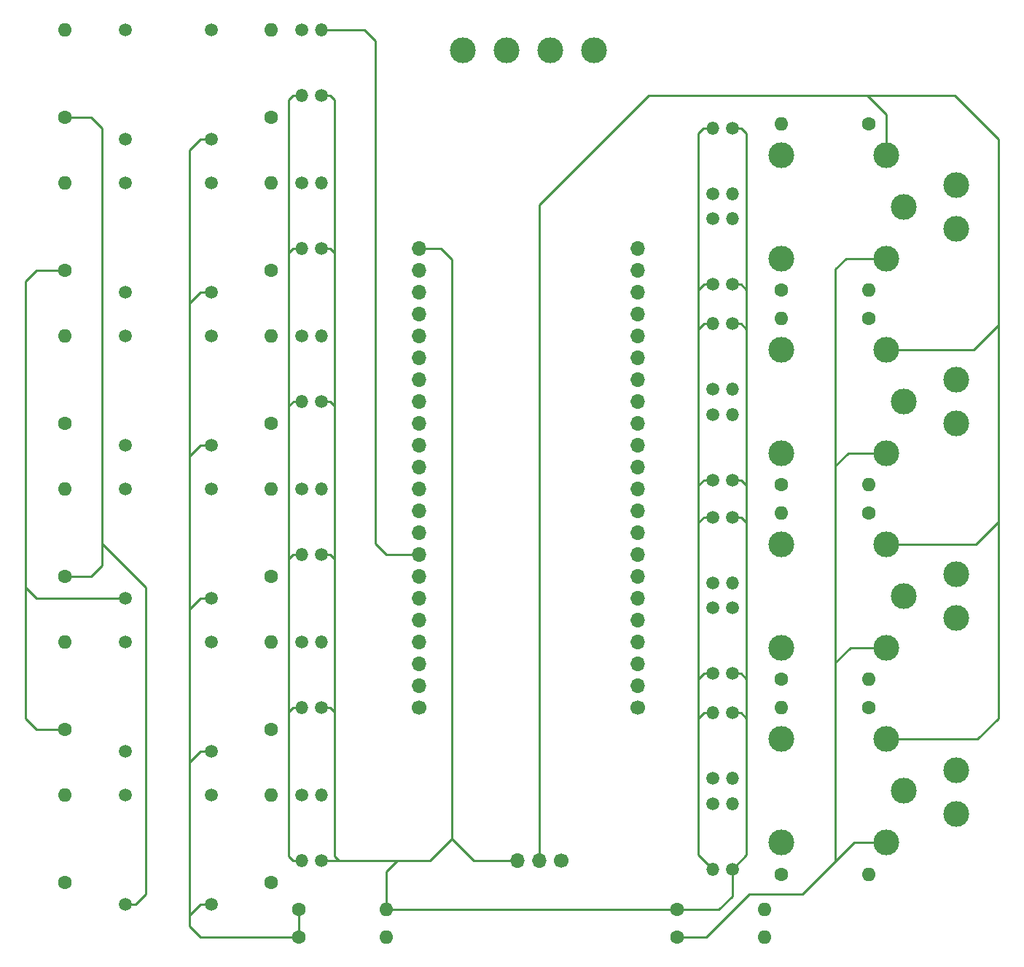
<source format=gbr>
%TF.GenerationSoftware,KiCad,Pcbnew,7.0.10*%
%TF.CreationDate,2024-03-05T20:19:53-03:00*%
%TF.ProjectId,board,626f6172-642e-46b6-9963-61645f706362,rev?*%
%TF.SameCoordinates,Original*%
%TF.FileFunction,Copper,L2,Bot*%
%TF.FilePolarity,Positive*%
%FSLAX46Y46*%
G04 Gerber Fmt 4.6, Leading zero omitted, Abs format (unit mm)*
G04 Created by KiCad (PCBNEW 7.0.10) date 2024-03-05 20:19:53*
%MOMM*%
%LPD*%
G01*
G04 APERTURE LIST*
%TA.AperFunction,ComponentPad*%
%ADD10O,1.700000X1.700000*%
%TD*%
%TA.AperFunction,ComponentPad*%
%ADD11C,1.700000*%
%TD*%
%TA.AperFunction,ComponentPad*%
%ADD12C,3.000000*%
%TD*%
%TA.AperFunction,ComponentPad*%
%ADD13O,1.500000X1.500000*%
%TD*%
%TA.AperFunction,ComponentPad*%
%ADD14C,1.500000*%
%TD*%
%TA.AperFunction,ComponentPad*%
%ADD15O,1.600000X1.600000*%
%TD*%
%TA.AperFunction,ComponentPad*%
%ADD16C,1.600000*%
%TD*%
%TA.AperFunction,ComponentPad*%
%ADD17C,1.508000*%
%TD*%
%TA.AperFunction,Conductor*%
%ADD18C,0.250000*%
%TD*%
G04 APERTURE END LIST*
D10*
%TO.P,ESP32-S3_FRONT1,22,Pin_22*%
%TO.N,VCC*%
X70417000Y-52959000D03*
%TO.P,ESP32-S3_FRONT1,21,Pin_21*%
%TO.N,unconnected-(ESP32-S3_FRONT1-Pin_21-Pad21)*%
X70417000Y-55499000D03*
%TO.P,ESP32-S3_FRONT1,20,Pin_20*%
%TO.N,unconnected-(ESP32-S3_FRONT1-Pin_20-Pad20)*%
X70417000Y-58039000D03*
%TO.P,ESP32-S3_FRONT1,19,Pin_19*%
%TO.N,unconnected-(ESP32-S3_FRONT1-Pin_19-Pad19)*%
X70417000Y-60579000D03*
%TO.P,ESP32-S3_FRONT1,18,Pin_18*%
%TO.N,unconnected-(ESP32-S3_FRONT1-Pin_18-Pad18)*%
X70417000Y-63119000D03*
%TO.P,ESP32-S3_FRONT1,17,Pin_17*%
%TO.N,unconnected-(ESP32-S3_FRONT1-Pin_17-Pad17)*%
X70417000Y-65659000D03*
%TO.P,ESP32-S3_FRONT1,16,Pin_16*%
%TO.N,Current_A_50A*%
X70417000Y-68199000D03*
%TO.P,ESP32-S3_FRONT1,15,Pin_15*%
%TO.N,Current_A_200A*%
X70417000Y-70739000D03*
%TO.P,ESP32-S3_FRONT1,14,Pin_14*%
%TO.N,Current_B_50A*%
X70417000Y-73279000D03*
%TO.P,ESP32-S3_FRONT1,13,Pin_13*%
%TO.N,Current_B_200A*%
X70417000Y-75819000D03*
%TO.P,ESP32-S3_FRONT1,12,Pin_12*%
%TO.N,Current_C_50A*%
X70417000Y-78359000D03*
%TO.P,ESP32-S3_FRONT1,11,Pin_11*%
%TO.N,Current_C_200A*%
X70417000Y-80899000D03*
%TO.P,ESP32-S3_FRONT1,10,Pin_10*%
%TO.N,Current_N_150A*%
X70417000Y-83439000D03*
%TO.P,ESP32-S3_FRONT1,9,Pin_9*%
%TO.N,Current_N_600A*%
X70417000Y-85979000D03*
%TO.P,ESP32-S3_FRONT1,8,Pin_8*%
%TO.N,Line_A_Wave*%
X70417000Y-88519000D03*
%TO.P,ESP32-S3_FRONT1,7,Pin_7*%
%TO.N,Line_B_Wave*%
X70417000Y-91059000D03*
%TO.P,ESP32-S3_FRONT1,6,Pin_6*%
%TO.N,Line_C_Wave*%
X70417000Y-93599000D03*
%TO.P,ESP32-S3_FRONT1,5,Pin_5*%
%TO.N,Line_AB_Wave*%
X70417000Y-96139000D03*
%TO.P,ESP32-S3_FRONT1,4,Pin_4*%
%TO.N,Line_BC_Wave*%
X70417000Y-98679000D03*
%TO.P,ESP32-S3_FRONT1,3,Pin_3*%
%TO.N,Line_AC_Wave*%
X70417000Y-101219000D03*
%TO.P,ESP32-S3_FRONT1,2,Pin_2*%
%TO.N,unconnected-(ESP32-S3_FRONT1-Pin_2-Pad2)*%
X70417000Y-103759000D03*
D11*
%TO.P,ESP32-S3_FRONT1,1,Pin_1*%
%TO.N,GND*%
X70417000Y-106299000D03*
%TD*%
D12*
%TO.P,N  C,2,Pin_2*%
%TO.N,Line_C*%
X85657000Y-29972000D03*
%TO.P,N  C,1,Pin_1*%
%TO.N,Neutral*%
X90737000Y-29972000D03*
%TD*%
D13*
%TO.P,DZ14,2,A*%
%TO.N,Current_A_50A*%
X106812000Y-46609000D03*
D14*
%TO.P,DZ14,1,K*%
%TO.N,VCC*%
X106812000Y-38989000D03*
%TD*%
D10*
%TO.P,ESP32-S3_BACK1,22,Pin_22*%
%TO.N,unconnected-(ESP32-S3_BACK1-Pin_22-Pad22)*%
X95817000Y-52959000D03*
%TO.P,ESP32-S3_BACK1,21,Pin_21*%
%TO.N,unconnected-(ESP32-S3_BACK1-Pin_21-Pad21)*%
X95817000Y-55499000D03*
%TO.P,ESP32-S3_BACK1,20,Pin_20*%
%TO.N,unconnected-(ESP32-S3_BACK1-Pin_20-Pad20)*%
X95817000Y-58039000D03*
%TO.P,ESP32-S3_BACK1,19,Pin_19*%
%TO.N,unconnected-(ESP32-S3_BACK1-Pin_19-Pad19)*%
X95817000Y-60579000D03*
%TO.P,ESP32-S3_BACK1,18,Pin_18*%
%TO.N,unconnected-(ESP32-S3_BACK1-Pin_18-Pad18)*%
X95817000Y-63119000D03*
%TO.P,ESP32-S3_BACK1,17,Pin_17*%
%TO.N,unconnected-(ESP32-S3_BACK1-Pin_17-Pad17)*%
X95817000Y-65659000D03*
%TO.P,ESP32-S3_BACK1,16,Pin_16*%
%TO.N,unconnected-(ESP32-S3_BACK1-Pin_16-Pad16)*%
X95817000Y-68199000D03*
%TO.P,ESP32-S3_BACK1,15,Pin_15*%
%TO.N,unconnected-(ESP32-S3_BACK1-Pin_15-Pad15)*%
X95817000Y-70739000D03*
%TO.P,ESP32-S3_BACK1,14,Pin_14*%
%TO.N,unconnected-(ESP32-S3_BACK1-Pin_14-Pad14)*%
X95817000Y-73279000D03*
%TO.P,ESP32-S3_BACK1,13,Pin_13*%
%TO.N,unconnected-(ESP32-S3_BACK1-Pin_13-Pad13)*%
X95817000Y-75819000D03*
%TO.P,ESP32-S3_BACK1,12,Pin_12*%
%TO.N,unconnected-(ESP32-S3_BACK1-Pin_12-Pad12)*%
X95817000Y-78359000D03*
%TO.P,ESP32-S3_BACK1,11,Pin_11*%
%TO.N,unconnected-(ESP32-S3_BACK1-Pin_11-Pad11)*%
X95817000Y-80899000D03*
%TO.P,ESP32-S3_BACK1,10,Pin_10*%
%TO.N,unconnected-(ESP32-S3_BACK1-Pin_10-Pad10)*%
X95817000Y-83439000D03*
%TO.P,ESP32-S3_BACK1,9,Pin_9*%
%TO.N,unconnected-(ESP32-S3_BACK1-Pin_9-Pad9)*%
X95817000Y-85979000D03*
%TO.P,ESP32-S3_BACK1,8,Pin_8*%
%TO.N,unconnected-(ESP32-S3_BACK1-Pin_8-Pad8)*%
X95817000Y-88519000D03*
%TO.P,ESP32-S3_BACK1,7,Pin_7*%
%TO.N,unconnected-(ESP32-S3_BACK1-Pin_7-Pad7)*%
X95817000Y-91059000D03*
%TO.P,ESP32-S3_BACK1,6,Pin_6*%
%TO.N,unconnected-(ESP32-S3_BACK1-Pin_6-Pad6)*%
X95817000Y-93599000D03*
%TO.P,ESP32-S3_BACK1,5,Pin_5*%
%TO.N,unconnected-(ESP32-S3_BACK1-Pin_5-Pad5)*%
X95817000Y-96139000D03*
%TO.P,ESP32-S3_BACK1,4,Pin_4*%
%TO.N,unconnected-(ESP32-S3_BACK1-Pin_4-Pad4)*%
X95817000Y-98679000D03*
%TO.P,ESP32-S3_BACK1,3,Pin_3*%
%TO.N,unconnected-(ESP32-S3_BACK1-Pin_3-Pad3)*%
X95817000Y-101219000D03*
%TO.P,ESP32-S3_BACK1,2,Pin_2*%
%TO.N,unconnected-(ESP32-S3_BACK1-Pin_2-Pad2)*%
X95817000Y-103759000D03*
D11*
%TO.P,ESP32-S3_BACK1,1,Pin_1*%
%TO.N,unconnected-(ESP32-S3_BACK1-Pin_1-Pad1)*%
X95817000Y-106299000D03*
%TD*%
D15*
%TO.P,R11,2*%
%TO.N,Line_AC_Load*%
X29269000Y-116459000D03*
D16*
%TO.P,R11,1*%
%TO.N,Line_C*%
X29269000Y-126619000D03*
%TD*%
D13*
%TO.P,DZ18,2,A*%
%TO.N,Current_B_50A*%
X106812000Y-69342000D03*
D14*
%TO.P,DZ18,1,K*%
%TO.N,VCC*%
X106812000Y-61722000D03*
%TD*%
D13*
%TO.P,DZ20,2,A*%
%TO.N,Current_B_200A*%
X106812000Y-72263000D03*
D14*
%TO.P,DZ20,1,K*%
%TO.N,VCC*%
X106812000Y-79883000D03*
%TD*%
D17*
%TO.P,T4,4*%
%TO.N,Line_AB_Wave*%
X46287000Y-80899000D03*
%TO.P,T4,3*%
%TO.N,V_Ref_V*%
X46287000Y-93599000D03*
%TO.P,T4,2*%
%TO.N,Line_B*%
X36287000Y-93599000D03*
%TO.P,T4,1*%
%TO.N,Line_AB_Load*%
X36287000Y-80899000D03*
%TD*%
D15*
%TO.P,R23,2*%
%TO.N,V_Ref_C*%
X110568000Y-129794000D03*
D16*
%TO.P,R23,1*%
%TO.N,VCC*%
X100408000Y-129794000D03*
%TD*%
D12*
%TO.P,Current N,2,Pin_2*%
%TO.N,N_Current*%
X132811000Y-113569000D03*
%TO.P,Current N,1,Pin_1*%
%TO.N,V_Ref_C*%
X132811000Y-118649000D03*
%TD*%
D13*
%TO.P,DZ22,2,A*%
%TO.N,Current_C_50A*%
X106812000Y-91821000D03*
D14*
%TO.P,DZ22,1,K*%
%TO.N,VCC*%
X106812000Y-84201000D03*
%TD*%
D13*
%TO.P,DZ25,2,A*%
%TO.N,GND*%
X104526000Y-106934000D03*
D14*
%TO.P,DZ25,1,K*%
%TO.N,Current_N_150A*%
X104526000Y-114554000D03*
%TD*%
D15*
%TO.P,R21,2*%
%TO.N,VCC*%
X66607000Y-129794000D03*
D16*
%TO.P,R21,1*%
%TO.N,V_Ref_V*%
X56447000Y-129794000D03*
%TD*%
D14*
%TO.P,DZ19,2,A*%
%TO.N,GND*%
X104526000Y-79883000D03*
%TO.P,DZ19,1,K*%
%TO.N,Current_B_200A*%
X104526000Y-72263000D03*
%TD*%
%TO.P,DZ24,2,A*%
%TO.N,Current_C_200A*%
X106812000Y-94742000D03*
%TO.P,DZ24,1,K*%
%TO.N,VCC*%
X106812000Y-102362000D03*
%TD*%
D13*
%TO.P,DZ2,2,A*%
%TO.N,Line_A_Wave*%
X59114000Y-27559000D03*
D14*
%TO.P,DZ2,1,K*%
%TO.N,VCC*%
X59114000Y-35179000D03*
%TD*%
D12*
%TO.P,K1,A2*%
%TO.N,GND*%
X124727000Y-54133000D03*
%TO.P,K1,A1*%
%TO.N,Select_Current*%
X124727000Y-42133000D03*
%TO.P,K1,14*%
%TO.N,Current_A_50A*%
X112527000Y-42133000D03*
%TO.P,K1,12*%
%TO.N,Current_A_200A*%
X112527000Y-54133000D03*
%TO.P,K1,11*%
%TO.N,A_Current*%
X126727000Y-48133000D03*
%TD*%
D13*
%TO.P,DZ7,2,A*%
%TO.N,GND*%
X56828000Y-88519000D03*
D14*
%TO.P,DZ7,1,K*%
%TO.N,Line_AB_Wave*%
X56828000Y-80899000D03*
%TD*%
%TO.P,DZ15,2,A*%
%TO.N,GND*%
X104526000Y-57150000D03*
%TO.P,DZ15,1,K*%
%TO.N,Current_A_200A*%
X104526000Y-49530000D03*
%TD*%
D12*
%TO.P,Current C,2,Pin_2*%
%TO.N,C_Current*%
X132811000Y-90836000D03*
%TO.P,Current C,1,Pin_1*%
%TO.N,V_Ref_C*%
X132811000Y-95916000D03*
%TD*%
D17*
%TO.P,T2,4*%
%TO.N,Line_B_Wave*%
X46277000Y-45339000D03*
%TO.P,T2,3*%
%TO.N,V_Ref_V*%
X46277000Y-58039000D03*
%TO.P,T2,2*%
%TO.N,Neutral*%
X36277000Y-58039000D03*
%TO.P,T2,1*%
%TO.N,Line_B_Load*%
X36277000Y-45339000D03*
%TD*%
%TO.P,T3,4*%
%TO.N,Line_C_Wave*%
X46287000Y-63119000D03*
%TO.P,T3,3*%
%TO.N,V_Ref_V*%
X46287000Y-75819000D03*
%TO.P,T3,2*%
%TO.N,Neutral*%
X36287000Y-75819000D03*
%TO.P,T3,1*%
%TO.N,Line_C_Load*%
X36287000Y-63119000D03*
%TD*%
D12*
%TO.P,Current B,2,Pin_2*%
%TO.N,B_Current*%
X132811000Y-68230000D03*
%TO.P,Current B,1,Pin_1*%
%TO.N,V_Ref_C*%
X132811000Y-73310000D03*
%TD*%
D13*
%TO.P,DZ13,2,A*%
%TO.N,GND*%
X104526000Y-38989000D03*
D14*
%TO.P,DZ13,1,K*%
%TO.N,Current_A_50A*%
X104526000Y-46609000D03*
%TD*%
D15*
%TO.P,R17,2*%
%TO.N,Current_C_50A*%
X112527000Y-83693000D03*
D16*
%TO.P,R17,1*%
%TO.N,V_Ref_C*%
X122687000Y-83693000D03*
%TD*%
D15*
%TO.P,R7,2*%
%TO.N,Line_AB_Load*%
X29287000Y-80899000D03*
D16*
%TO.P,R7,1*%
%TO.N,Line_A*%
X29287000Y-91059000D03*
%TD*%
D11*
%TO.P,Current Level,1,A*%
%TO.N,GND*%
X86912000Y-124104000D03*
D10*
%TO.P,Current Level,2,B*%
%TO.N,Select_Current*%
X84372000Y-124104000D03*
%TO.P,Current Level,3,C*%
%TO.N,VCC*%
X81832000Y-124104000D03*
%TD*%
D12*
%TO.P,Current A,2,Pin_2*%
%TO.N,A_Current*%
X132811000Y-45624000D03*
%TO.P,Current A,1,Pin_1*%
%TO.N,V_Ref_C*%
X132811000Y-50704000D03*
%TD*%
D15*
%TO.P,R12,2*%
%TO.N,Line_AC_Wave*%
X53272000Y-116459000D03*
D16*
%TO.P,R12,1*%
%TO.N,V_Ref_V*%
X53272000Y-126619000D03*
%TD*%
D15*
%TO.P,R15,2*%
%TO.N,Current_B_50A*%
X112527000Y-61087000D03*
D16*
%TO.P,R15,1*%
%TO.N,V_Ref_C*%
X122687000Y-61087000D03*
%TD*%
D17*
%TO.P,T1,4*%
%TO.N,Line_A_Wave*%
X46287000Y-27559000D03*
%TO.P,T1,3*%
%TO.N,V_Ref_V*%
X46287000Y-40259000D03*
%TO.P,T1,2*%
%TO.N,Neutral*%
X36287000Y-40259000D03*
%TO.P,T1,1*%
%TO.N,Line_A_Load*%
X36287000Y-27559000D03*
%TD*%
D13*
%TO.P,DZ10,2,A*%
%TO.N,Line_BC_Wave*%
X59114000Y-98679000D03*
D14*
%TO.P,DZ10,1,K*%
%TO.N,VCC*%
X59114000Y-106299000D03*
%TD*%
D15*
%TO.P,R16,2*%
%TO.N,V_Ref_C*%
X122687000Y-80391000D03*
D16*
%TO.P,R16,1*%
%TO.N,Current_B_200A*%
X112527000Y-80391000D03*
%TD*%
D15*
%TO.P,R6,2*%
%TO.N,Line_C_Wave*%
X53272000Y-63119000D03*
D16*
%TO.P,R6,1*%
%TO.N,V_Ref_V*%
X53272000Y-73279000D03*
%TD*%
D13*
%TO.P,DZ27,2,A*%
%TO.N,GND*%
X104526000Y-125095000D03*
D14*
%TO.P,DZ27,1,K*%
%TO.N,Current_N_600A*%
X104526000Y-117475000D03*
%TD*%
D13*
%TO.P,DZ3,2,A*%
%TO.N,GND*%
X56828000Y-52959000D03*
D14*
%TO.P,DZ3,1,K*%
%TO.N,Line_B_Wave*%
X56828000Y-45339000D03*
%TD*%
D13*
%TO.P,DZ8,2,A*%
%TO.N,Line_AB_Wave*%
X59114000Y-80899000D03*
D14*
%TO.P,DZ8,1,K*%
%TO.N,VCC*%
X59114000Y-88519000D03*
%TD*%
D12*
%TO.P,K4,A2*%
%TO.N,GND*%
X124727000Y-121982000D03*
%TO.P,K4,A1*%
%TO.N,Select_Current*%
X124727000Y-109982000D03*
%TO.P,K4,14*%
%TO.N,Current_N_150A*%
X112527000Y-109982000D03*
%TO.P,K4,12*%
%TO.N,Current_N_600A*%
X112527000Y-121982000D03*
%TO.P,K4,11*%
%TO.N,N_Current*%
X126727000Y-115982000D03*
%TD*%
D15*
%TO.P,R4,2*%
%TO.N,Line_B_Wave*%
X53272000Y-45339000D03*
D16*
%TO.P,R4,1*%
%TO.N,V_Ref_V*%
X53272000Y-55499000D03*
%TD*%
D15*
%TO.P,R10,2*%
%TO.N,Line_BC_Wave*%
X53272000Y-98679000D03*
D16*
%TO.P,R10,1*%
%TO.N,V_Ref_V*%
X53272000Y-108839000D03*
%TD*%
D13*
%TO.P,DZ4,2,A*%
%TO.N,Line_B_Wave*%
X59114000Y-45339000D03*
D14*
%TO.P,DZ4,1,K*%
%TO.N,VCC*%
X59114000Y-52959000D03*
%TD*%
D12*
%TO.P,B  A,2,Pin_2*%
%TO.N,Line_A*%
X75497000Y-29972000D03*
%TO.P,B  A,1,Pin_1*%
%TO.N,Line_B*%
X80577000Y-29972000D03*
%TD*%
D15*
%TO.P,R22,2*%
%TO.N,GND*%
X66607000Y-132969000D03*
D16*
%TO.P,R22,1*%
%TO.N,V_Ref_V*%
X56447000Y-132969000D03*
%TD*%
D15*
%TO.P,R13,2*%
%TO.N,Current_A_50A*%
X112527000Y-38481000D03*
D16*
%TO.P,R13,1*%
%TO.N,V_Ref_C*%
X122687000Y-38481000D03*
%TD*%
D15*
%TO.P,R1,2*%
%TO.N,Line_A_Load*%
X29287000Y-27559000D03*
D16*
%TO.P,R1,1*%
%TO.N,Line_A*%
X29287000Y-37719000D03*
%TD*%
D13*
%TO.P,DZ12,2,A*%
%TO.N,Line_AC_Wave*%
X59114000Y-116459000D03*
D14*
%TO.P,DZ12,1,K*%
%TO.N,VCC*%
X59114000Y-124079000D03*
%TD*%
D13*
%TO.P,DZ16,2,A*%
%TO.N,Current_A_200A*%
X106812000Y-49530000D03*
D14*
%TO.P,DZ16,1,K*%
%TO.N,VCC*%
X106812000Y-57150000D03*
%TD*%
D12*
%TO.P,K2,A2*%
%TO.N,GND*%
X124727000Y-76739000D03*
%TO.P,K2,A1*%
%TO.N,Select_Current*%
X124727000Y-64739000D03*
%TO.P,K2,14*%
%TO.N,Current_B_50A*%
X112527000Y-64739000D03*
%TO.P,K2,12*%
%TO.N,Current_B_200A*%
X112527000Y-76739000D03*
%TO.P,K2,11*%
%TO.N,B_Current*%
X126727000Y-70739000D03*
%TD*%
D13*
%TO.P,DZ28,2,A*%
%TO.N,Current_N_600A*%
X106812000Y-117475000D03*
D14*
%TO.P,DZ28,1,K*%
%TO.N,VCC*%
X106812000Y-125095000D03*
%TD*%
D15*
%TO.P,R2,2*%
%TO.N,Line_A_Wave*%
X53272000Y-27559000D03*
D16*
%TO.P,R2,1*%
%TO.N,V_Ref_V*%
X53272000Y-37719000D03*
%TD*%
D14*
%TO.P,DZ23,2,A*%
%TO.N,GND*%
X104526000Y-102362000D03*
%TO.P,DZ23,1,K*%
%TO.N,Current_C_200A*%
X104526000Y-94742000D03*
%TD*%
D12*
%TO.P,K3,A2*%
%TO.N,GND*%
X124727000Y-99345000D03*
%TO.P,K3,A1*%
%TO.N,Select_Current*%
X124727000Y-87345000D03*
%TO.P,K3,14*%
%TO.N,Current_C_50A*%
X112527000Y-87345000D03*
%TO.P,K3,12*%
%TO.N,Current_C_200A*%
X112527000Y-99345000D03*
%TO.P,K3,11*%
%TO.N,C_Current*%
X126727000Y-93345000D03*
%TD*%
D15*
%TO.P,R3,2*%
%TO.N,Line_B_Load*%
X29287000Y-45339000D03*
D16*
%TO.P,R3,1*%
%TO.N,Line_B*%
X29287000Y-55499000D03*
%TD*%
D14*
%TO.P,DZ21,2,A*%
%TO.N,GND*%
X104526000Y-84201000D03*
%TO.P,DZ21,1,K*%
%TO.N,Current_C_50A*%
X104526000Y-91821000D03*
%TD*%
D13*
%TO.P,DZ5,2,A*%
%TO.N,GND*%
X56828000Y-70729000D03*
D14*
%TO.P,DZ5,1,K*%
%TO.N,Line_C_Wave*%
X56828000Y-63109000D03*
%TD*%
D15*
%TO.P,R8,2*%
%TO.N,Line_AB_Wave*%
X53272000Y-80899000D03*
D16*
%TO.P,R8,1*%
%TO.N,V_Ref_V*%
X53272000Y-91059000D03*
%TD*%
D17*
%TO.P,T5,4*%
%TO.N,Line_BC_Wave*%
X46287000Y-98679000D03*
%TO.P,T5,3*%
%TO.N,V_Ref_V*%
X46287000Y-111379000D03*
%TO.P,T5,2*%
%TO.N,Line_C*%
X36287000Y-111379000D03*
%TO.P,T5,1*%
%TO.N,Line_BC_Load*%
X36287000Y-98679000D03*
%TD*%
D15*
%TO.P,R24,2*%
%TO.N,V_Ref_C*%
X110549000Y-132969000D03*
D16*
%TO.P,R24,1*%
%TO.N,GND*%
X100389000Y-132969000D03*
%TD*%
D15*
%TO.P,R20,2*%
%TO.N,V_Ref_C*%
X122687000Y-125730000D03*
D16*
%TO.P,R20,1*%
%TO.N,Current_N_600A*%
X112527000Y-125730000D03*
%TD*%
D15*
%TO.P,R9,2*%
%TO.N,Line_BC_Load*%
X29287000Y-98679000D03*
D16*
%TO.P,R9,1*%
%TO.N,Line_B*%
X29287000Y-108839000D03*
%TD*%
D15*
%TO.P,R18,2*%
%TO.N,V_Ref_C*%
X122687000Y-102997000D03*
D16*
%TO.P,R18,1*%
%TO.N,Current_C_200A*%
X112527000Y-102997000D03*
%TD*%
D13*
%TO.P,DZ6,2,A*%
%TO.N,Line_C_Wave*%
X59114000Y-63119000D03*
D14*
%TO.P,DZ6,1,K*%
%TO.N,VCC*%
X59114000Y-70739000D03*
%TD*%
D13*
%TO.P,DZ26,2,A*%
%TO.N,Current_N_150A*%
X106812000Y-114554000D03*
D14*
%TO.P,DZ26,1,K*%
%TO.N,VCC*%
X106812000Y-106934000D03*
%TD*%
D17*
%TO.P,T6,4*%
%TO.N,Line_AC_Wave*%
X46287000Y-116459000D03*
%TO.P,T6,3*%
%TO.N,V_Ref_V*%
X46287000Y-129159000D03*
%TO.P,T6,2*%
%TO.N,Line_A*%
X36287000Y-129159000D03*
%TO.P,T6,1*%
%TO.N,Line_AC_Load*%
X36287000Y-116459000D03*
%TD*%
D13*
%TO.P,DZ11,2,A*%
%TO.N,GND*%
X56823000Y-124074000D03*
D14*
%TO.P,DZ11,1,K*%
%TO.N,Line_AC_Wave*%
X56823000Y-116454000D03*
%TD*%
D15*
%TO.P,R14,2*%
%TO.N,V_Ref_C*%
X122687000Y-57785000D03*
D16*
%TO.P,R14,1*%
%TO.N,Current_A_200A*%
X112527000Y-57785000D03*
%TD*%
D15*
%TO.P,R5,2*%
%TO.N,Line_C_Load*%
X29287000Y-63119000D03*
D16*
%TO.P,R5,1*%
%TO.N,Line_C*%
X29287000Y-73279000D03*
%TD*%
D13*
%TO.P,DZ17,2,A*%
%TO.N,GND*%
X104526000Y-61722000D03*
D14*
%TO.P,DZ17,1,K*%
%TO.N,Current_B_50A*%
X104526000Y-69342000D03*
%TD*%
D13*
%TO.P,DZ9,2,A*%
%TO.N,GND*%
X56828000Y-106299000D03*
D14*
%TO.P,DZ9,1,K*%
%TO.N,Line_BC_Wave*%
X56828000Y-98679000D03*
%TD*%
D13*
%TO.P,DZ1,2,A*%
%TO.N,GND*%
X56828000Y-35179000D03*
D14*
%TO.P,DZ1,1,K*%
%TO.N,Line_A_Wave*%
X56828000Y-27559000D03*
%TD*%
D15*
%TO.P,R19,2*%
%TO.N,Current_N_150A*%
X112527000Y-106299000D03*
D16*
%TO.P,R19,1*%
%TO.N,V_Ref_C*%
X122687000Y-106299000D03*
%TD*%
D18*
%TO.N,VCC*%
X74227000Y-54229000D02*
X74227000Y-121539000D01*
X70417000Y-52959000D02*
X72957000Y-52959000D01*
X72957000Y-52959000D02*
X74227000Y-54229000D01*
%TO.N,GND*%
X104526000Y-84201000D02*
X103510000Y-84201000D01*
X55812000Y-52959000D02*
X55304000Y-53467000D01*
X120964500Y-121982000D02*
X124727000Y-121982000D01*
X102875000Y-79248000D02*
X102875000Y-84709000D01*
X55304000Y-35687000D02*
X55304000Y-123571000D01*
X118804000Y-82662000D02*
X118804000Y-55372000D01*
X102875000Y-80518000D02*
X103510000Y-79883000D01*
X120043000Y-54133000D02*
X124727000Y-54133000D01*
X104526000Y-102362000D02*
X103510000Y-102362000D01*
X55812000Y-106299000D02*
X56828000Y-106299000D01*
X55304000Y-89027000D02*
X55812000Y-88519000D01*
X103510000Y-102362000D02*
X102875000Y-102997000D01*
X55822000Y-70729000D02*
X56828000Y-70729000D01*
X103510000Y-57150000D02*
X102875000Y-57785000D01*
X55812000Y-88519000D02*
X56828000Y-88519000D01*
X103510000Y-61722000D02*
X102875000Y-62357000D01*
X55807000Y-124074000D02*
X56823000Y-124074000D01*
X102875000Y-84709000D02*
X102875000Y-102997000D01*
X104526000Y-38989000D02*
X103446500Y-38989000D01*
X104526000Y-57150000D02*
X103510000Y-57150000D01*
X102875000Y-57150000D02*
X102875000Y-62357000D01*
X55304000Y-123571000D02*
X55807000Y-124074000D01*
X55812000Y-35179000D02*
X55304000Y-35687000D01*
X103510000Y-106934000D02*
X102875000Y-107569000D01*
X102875000Y-62357000D02*
X102875000Y-79248000D01*
X118804000Y-101092000D02*
X120551000Y-99345000D01*
X103818000Y-132969000D02*
X108771000Y-128016000D01*
X104526000Y-61722000D02*
X103510000Y-61722000D01*
X103446500Y-38989000D02*
X102875000Y-39560500D01*
X114930500Y-128016000D02*
X118804000Y-124142500D01*
X102875000Y-107569000D02*
X102875000Y-123444000D01*
X100389000Y-132969000D02*
X103818000Y-132969000D01*
X55304000Y-106807000D02*
X55812000Y-106299000D01*
X108771000Y-128016000D02*
X114930500Y-128016000D01*
X102875000Y-39560500D02*
X102875000Y-57150000D01*
X120551000Y-99345000D02*
X124727000Y-99345000D01*
X118804000Y-102489000D02*
X118804000Y-101092000D01*
X118804000Y-124142500D02*
X118804000Y-82662000D01*
X102875000Y-102997000D02*
X102875000Y-107569000D01*
X103510000Y-79883000D02*
X104526000Y-79883000D01*
X120297000Y-76739000D02*
X124727000Y-76739000D01*
X56828000Y-52959000D02*
X55812000Y-52959000D01*
X56828000Y-35179000D02*
X55812000Y-35179000D01*
X118804000Y-55372000D02*
X120043000Y-54133000D01*
X118804000Y-124142500D02*
X120964500Y-121982000D01*
X104526000Y-106934000D02*
X103510000Y-106934000D01*
X118804000Y-78232000D02*
X120297000Y-76739000D01*
X118804000Y-82662000D02*
X118804000Y-78232000D01*
X55304000Y-71247000D02*
X55822000Y-70729000D01*
X102875000Y-123444000D02*
X104526000Y-125095000D01*
X103510000Y-84201000D02*
X102875000Y-84836000D01*
%TO.N,VCC*%
X71687000Y-124079000D02*
X67877000Y-124079000D01*
X106812000Y-102362000D02*
X107828000Y-102362000D01*
X60638000Y-35687000D02*
X60130000Y-35179000D01*
X60638000Y-87884000D02*
X60638000Y-123571000D01*
X66607000Y-129794000D02*
X66607000Y-125349000D01*
X108463000Y-79248000D02*
X108463000Y-107569000D01*
X108463000Y-39624000D02*
X108463000Y-57658000D01*
X108463000Y-57658000D02*
X108463000Y-62230000D01*
X108463000Y-80518000D02*
X107828000Y-79883000D01*
X60130000Y-52959000D02*
X60638000Y-53467000D01*
X59114000Y-52959000D02*
X60130000Y-52959000D01*
X108463000Y-123444000D02*
X106812000Y-125095000D01*
X60638000Y-106807000D02*
X60130000Y-106299000D01*
X67877000Y-124079000D02*
X59114000Y-124079000D01*
X74227000Y-121539000D02*
X71687000Y-124079000D01*
X60638000Y-52451000D02*
X60638000Y-70231000D01*
X107828000Y-38989000D02*
X108463000Y-39624000D01*
X60638000Y-52451000D02*
X60638000Y-35687000D01*
X107828000Y-61722000D02*
X108463000Y-62357000D01*
X108463000Y-62230000D02*
X108463000Y-79248000D01*
X100408000Y-129794000D02*
X66607000Y-129794000D01*
X107828000Y-84201000D02*
X108463000Y-84836000D01*
X107828000Y-79883000D02*
X106812000Y-79883000D01*
X108463000Y-79248000D02*
X108463000Y-80518000D01*
X106812000Y-106934000D02*
X107828000Y-106934000D01*
X60130000Y-70739000D02*
X59114000Y-70739000D01*
X60638000Y-71247000D02*
X60130000Y-70739000D01*
X105215000Y-129794000D02*
X106812000Y-128197000D01*
X60638000Y-123571000D02*
X61146000Y-124079000D01*
X100408000Y-129794000D02*
X105215000Y-129794000D01*
X106812000Y-128197000D02*
X106812000Y-125095000D01*
X106812000Y-84201000D02*
X107828000Y-84201000D01*
X60638000Y-70231000D02*
X60638000Y-87884000D01*
X60130000Y-106299000D02*
X59114000Y-106299000D01*
X60638000Y-87884000D02*
X60638000Y-89027000D01*
X60130000Y-35179000D02*
X59114000Y-35179000D01*
X106812000Y-57150000D02*
X107828000Y-57150000D01*
X60130000Y-88519000D02*
X59114000Y-88519000D01*
X106812000Y-38989000D02*
X107828000Y-38989000D01*
X106812000Y-61722000D02*
X107828000Y-61722000D01*
X81832000Y-124104000D02*
X76792000Y-124104000D01*
X107828000Y-106934000D02*
X108463000Y-107569000D01*
X60638000Y-89027000D02*
X60130000Y-88519000D01*
X107828000Y-57150000D02*
X108463000Y-57785000D01*
X76792000Y-124104000D02*
X74227000Y-121539000D01*
X61146000Y-124079000D02*
X59114000Y-124079000D01*
X66607000Y-125349000D02*
X67877000Y-124079000D01*
X108463000Y-107569000D02*
X108463000Y-123444000D01*
X107828000Y-102362000D02*
X108463000Y-102997000D01*
%TO.N,Line_A_Wave*%
X64067000Y-27559000D02*
X59114000Y-27559000D01*
X70417000Y-88519000D02*
X66607000Y-88519000D01*
X66607000Y-88519000D02*
X65337000Y-87249000D01*
X65337000Y-87249000D02*
X65337000Y-28829000D01*
X65337000Y-28829000D02*
X64067000Y-27559000D01*
%TO.N,Line_B*%
X24697000Y-92329000D02*
X25967000Y-93599000D01*
X25967000Y-108839000D02*
X24697000Y-107569000D01*
X24697000Y-56769000D02*
X24697000Y-92329000D01*
X29287000Y-55499000D02*
X25967000Y-55499000D01*
X25967000Y-93599000D02*
X36287000Y-93599000D01*
X24697000Y-107569000D02*
X24697000Y-92329000D01*
X29287000Y-108839000D02*
X25967000Y-108839000D01*
X25967000Y-55499000D02*
X24697000Y-56769000D01*
%TO.N,Line_A*%
X33587000Y-87249000D02*
X33587000Y-89789000D01*
X32317000Y-37719000D02*
X33587000Y-38989000D01*
X32317000Y-91059000D02*
X29287000Y-91059000D01*
X37477000Y-129159000D02*
X38667000Y-127969000D01*
X29287000Y-37719000D02*
X32317000Y-37719000D01*
X33587000Y-89789000D02*
X32317000Y-91059000D01*
X36287000Y-129159000D02*
X37477000Y-129159000D01*
X33587000Y-38989000D02*
X33587000Y-87249000D01*
X38667000Y-92329000D02*
X33587000Y-87249000D01*
X38667000Y-127969000D02*
X38667000Y-92329000D01*
%TO.N,V_Ref_C*%
X110568000Y-132950000D02*
X110549000Y-132969000D01*
%TO.N,Select_Current*%
X124727000Y-87345000D02*
X135091000Y-87345000D01*
X135091000Y-87345000D02*
X137727000Y-84709000D01*
X84387000Y-47879000D02*
X84387000Y-124089000D01*
X97087000Y-35179000D02*
X84387000Y-47879000D01*
X137727000Y-40259000D02*
X132647000Y-35179000D01*
X124727000Y-64739000D02*
X134837000Y-64739000D01*
X132647000Y-35179000D02*
X97087000Y-35179000D01*
X135314000Y-109982000D02*
X137727000Y-107569000D01*
X124727000Y-37419000D02*
X122487000Y-35179000D01*
X124727000Y-42133000D02*
X124727000Y-37419000D01*
X137727000Y-61849000D02*
X137727000Y-40259000D01*
X124727000Y-109982000D02*
X135314000Y-109982000D01*
X134837000Y-64739000D02*
X137727000Y-61849000D01*
X137727000Y-107569000D02*
X137727000Y-84709000D01*
X84387000Y-124089000D02*
X84372000Y-124104000D01*
X137727000Y-84709000D02*
X137727000Y-61849000D01*
%TO.N,V_Ref_V*%
X46287000Y-40259000D02*
X45017000Y-40259000D01*
X46287000Y-129159000D02*
X45017000Y-129159000D01*
X45017000Y-129159000D02*
X43747000Y-130429000D01*
X46277000Y-58039000D02*
X45017000Y-58039000D01*
X45017000Y-40259000D02*
X43747000Y-41529000D01*
X45017000Y-111379000D02*
X43747000Y-112649000D01*
X43747000Y-75819000D02*
X43747000Y-94869000D01*
X45017000Y-132969000D02*
X56447000Y-132969000D01*
X45017000Y-75819000D02*
X43747000Y-77089000D01*
X43747000Y-41529000D02*
X43747000Y-59309000D01*
X46287000Y-111379000D02*
X45017000Y-111379000D01*
X45017000Y-93599000D02*
X43747000Y-94869000D01*
X43747000Y-130429000D02*
X43747000Y-131699000D01*
X45017000Y-58039000D02*
X43747000Y-59309000D01*
X43747000Y-112649000D02*
X43747000Y-130429000D01*
X56447000Y-129794000D02*
X56447000Y-132969000D01*
X43747000Y-131699000D02*
X45017000Y-132969000D01*
X46287000Y-93599000D02*
X45017000Y-93599000D01*
X43747000Y-94869000D02*
X43747000Y-112649000D01*
X46287000Y-75819000D02*
X45017000Y-75819000D01*
X43747000Y-59309000D02*
X43747000Y-75819000D01*
%TD*%
M02*

</source>
